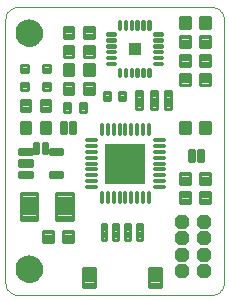
<source format=gts>
G75*
%MOIN*%
%OFA0B0*%
%FSLAX24Y24*%
%IPPOS*%
%LPD*%
%AMOC8*
5,1,8,0,0,1.08239X$1,22.5*
%
%ADD10C,0.0000*%
%ADD11C,0.0906*%
%ADD12R,0.1375X0.1375*%
%ADD13C,0.0107*%
%ADD14C,0.0114*%
%ADD15C,0.0134*%
%ADD16R,0.0394X0.0394*%
%ADD17C,0.0108*%
%ADD18C,0.0118*%
%ADD19C,0.0120*%
%ADD20C,0.0138*%
%ADD21C,0.0138*%
%ADD22C,0.0114*%
%ADD23C,0.0116*%
%ADD24C,0.0108*%
%ADD25OC8,0.0480*%
D10*
X003193Y001223D02*
X003193Y010022D01*
X003195Y010061D01*
X003201Y010099D01*
X003210Y010136D01*
X003223Y010173D01*
X003240Y010208D01*
X003259Y010241D01*
X003282Y010272D01*
X003308Y010301D01*
X003337Y010327D01*
X003368Y010350D01*
X003401Y010369D01*
X003436Y010386D01*
X003473Y010399D01*
X003510Y010408D01*
X003548Y010414D01*
X003587Y010416D01*
X010080Y010416D01*
X010119Y010414D01*
X010157Y010408D01*
X010194Y010399D01*
X010231Y010386D01*
X010266Y010369D01*
X010299Y010350D01*
X010330Y010327D01*
X010359Y010301D01*
X010385Y010272D01*
X010408Y010241D01*
X010427Y010208D01*
X010444Y010173D01*
X010457Y010136D01*
X010466Y010099D01*
X010472Y010061D01*
X010474Y010022D01*
X010474Y001223D01*
X010472Y001184D01*
X010466Y001146D01*
X010457Y001109D01*
X010444Y001072D01*
X010427Y001037D01*
X010408Y001004D01*
X010385Y000973D01*
X010359Y000944D01*
X010330Y000918D01*
X010299Y000895D01*
X010266Y000876D01*
X010231Y000859D01*
X010194Y000846D01*
X010157Y000837D01*
X010119Y000831D01*
X010080Y000829D01*
X003587Y000829D01*
X003548Y000831D01*
X003510Y000837D01*
X003473Y000846D01*
X003436Y000859D01*
X003401Y000876D01*
X003368Y000895D01*
X003337Y000918D01*
X003308Y000944D01*
X003282Y000973D01*
X003259Y001004D01*
X003240Y001037D01*
X003223Y001072D01*
X003210Y001109D01*
X003201Y001146D01*
X003195Y001184D01*
X003193Y001223D01*
X003548Y001685D02*
X003550Y001726D01*
X003556Y001767D01*
X003566Y001807D01*
X003579Y001846D01*
X003596Y001883D01*
X003617Y001919D01*
X003641Y001953D01*
X003668Y001984D01*
X003697Y002012D01*
X003730Y002038D01*
X003764Y002060D01*
X003801Y002079D01*
X003839Y002094D01*
X003879Y002106D01*
X003919Y002114D01*
X003960Y002118D01*
X004002Y002118D01*
X004043Y002114D01*
X004083Y002106D01*
X004123Y002094D01*
X004161Y002079D01*
X004197Y002060D01*
X004232Y002038D01*
X004265Y002012D01*
X004294Y001984D01*
X004321Y001953D01*
X004345Y001919D01*
X004366Y001883D01*
X004383Y001846D01*
X004396Y001807D01*
X004406Y001767D01*
X004412Y001726D01*
X004414Y001685D01*
X004412Y001644D01*
X004406Y001603D01*
X004396Y001563D01*
X004383Y001524D01*
X004366Y001487D01*
X004345Y001451D01*
X004321Y001417D01*
X004294Y001386D01*
X004265Y001358D01*
X004232Y001332D01*
X004198Y001310D01*
X004161Y001291D01*
X004123Y001276D01*
X004083Y001264D01*
X004043Y001256D01*
X004002Y001252D01*
X003960Y001252D01*
X003919Y001256D01*
X003879Y001264D01*
X003839Y001276D01*
X003801Y001291D01*
X003765Y001310D01*
X003730Y001332D01*
X003697Y001358D01*
X003668Y001386D01*
X003641Y001417D01*
X003617Y001451D01*
X003596Y001487D01*
X003579Y001524D01*
X003566Y001563D01*
X003556Y001603D01*
X003550Y001644D01*
X003548Y001685D01*
X003548Y009559D02*
X003550Y009600D01*
X003556Y009641D01*
X003566Y009681D01*
X003579Y009720D01*
X003596Y009757D01*
X003617Y009793D01*
X003641Y009827D01*
X003668Y009858D01*
X003697Y009886D01*
X003730Y009912D01*
X003764Y009934D01*
X003801Y009953D01*
X003839Y009968D01*
X003879Y009980D01*
X003919Y009988D01*
X003960Y009992D01*
X004002Y009992D01*
X004043Y009988D01*
X004083Y009980D01*
X004123Y009968D01*
X004161Y009953D01*
X004197Y009934D01*
X004232Y009912D01*
X004265Y009886D01*
X004294Y009858D01*
X004321Y009827D01*
X004345Y009793D01*
X004366Y009757D01*
X004383Y009720D01*
X004396Y009681D01*
X004406Y009641D01*
X004412Y009600D01*
X004414Y009559D01*
X004412Y009518D01*
X004406Y009477D01*
X004396Y009437D01*
X004383Y009398D01*
X004366Y009361D01*
X004345Y009325D01*
X004321Y009291D01*
X004294Y009260D01*
X004265Y009232D01*
X004232Y009206D01*
X004198Y009184D01*
X004161Y009165D01*
X004123Y009150D01*
X004083Y009138D01*
X004043Y009130D01*
X004002Y009126D01*
X003960Y009126D01*
X003919Y009130D01*
X003879Y009138D01*
X003839Y009150D01*
X003801Y009165D01*
X003765Y009184D01*
X003730Y009206D01*
X003697Y009232D01*
X003668Y009260D01*
X003641Y009291D01*
X003617Y009325D01*
X003596Y009361D01*
X003579Y009398D01*
X003566Y009437D01*
X003556Y009477D01*
X003550Y009518D01*
X003548Y009559D01*
D11*
X003981Y009559D03*
X003981Y001685D03*
D12*
X007193Y005204D03*
D13*
X005441Y004206D02*
X004877Y004206D01*
X005441Y004206D02*
X005441Y003328D01*
X004877Y003328D01*
X004877Y004206D01*
X004877Y003434D02*
X005441Y003434D01*
X005441Y003540D02*
X004877Y003540D01*
X004877Y003646D02*
X005441Y003646D01*
X005441Y003752D02*
X004877Y003752D01*
X004877Y003858D02*
X005441Y003858D01*
X005441Y003964D02*
X004877Y003964D01*
X004877Y004070D02*
X005441Y004070D01*
X005441Y004176D02*
X004877Y004176D01*
X004260Y003328D02*
X003696Y003328D01*
X003696Y004206D01*
X004260Y004206D01*
X004260Y003328D01*
X004260Y003434D02*
X003696Y003434D01*
X003696Y003540D02*
X004260Y003540D01*
X004260Y003646D02*
X003696Y003646D01*
X003696Y003752D02*
X004260Y003752D01*
X004260Y003858D02*
X003696Y003858D01*
X003696Y003964D02*
X004260Y003964D01*
X004260Y004070D02*
X003696Y004070D01*
X003696Y004176D02*
X004260Y004176D01*
D14*
X004448Y007664D02*
X004688Y007664D01*
X004448Y007664D02*
X004448Y007904D01*
X004688Y007904D01*
X004688Y007664D01*
X004688Y007777D02*
X004448Y007777D01*
X004448Y007890D02*
X004688Y007890D01*
X004688Y008254D02*
X004448Y008254D01*
X004448Y008494D01*
X004688Y008494D01*
X004688Y008254D01*
X004688Y008367D02*
X004448Y008367D01*
X004448Y008480D02*
X004688Y008480D01*
X003938Y008254D02*
X003698Y008254D01*
X003698Y008494D01*
X003938Y008494D01*
X003938Y008254D01*
X003938Y008367D02*
X003698Y008367D01*
X003698Y008480D02*
X003938Y008480D01*
X003938Y007664D02*
X003698Y007664D01*
X003698Y007904D01*
X003938Y007904D01*
X003938Y007664D01*
X003938Y007777D02*
X003698Y007777D01*
X003698Y007890D02*
X003938Y007890D01*
D15*
X006608Y008513D02*
X006828Y008513D01*
X006608Y008513D02*
X006608Y008537D01*
X006828Y008537D01*
X006828Y008513D01*
X006828Y008709D02*
X006608Y008709D01*
X006608Y008733D01*
X006828Y008733D01*
X006828Y008709D01*
X006828Y008906D02*
X006608Y008906D01*
X006608Y008930D01*
X006828Y008930D01*
X006828Y008906D01*
X006828Y009103D02*
X006608Y009103D01*
X006608Y009127D01*
X006828Y009127D01*
X006828Y009103D01*
X006828Y009300D02*
X006608Y009300D01*
X006608Y009324D01*
X006828Y009324D01*
X006828Y009300D01*
X006828Y009497D02*
X006608Y009497D01*
X006608Y009521D01*
X006828Y009521D01*
X006828Y009497D01*
X007026Y009694D02*
X007026Y009914D01*
X007026Y009694D02*
X007002Y009694D01*
X007002Y009914D01*
X007026Y009914D01*
X007026Y009827D02*
X007002Y009827D01*
X007222Y009914D02*
X007222Y009694D01*
X007198Y009694D01*
X007198Y009914D01*
X007222Y009914D01*
X007222Y009827D02*
X007198Y009827D01*
X007419Y009914D02*
X007419Y009694D01*
X007395Y009694D01*
X007395Y009914D01*
X007419Y009914D01*
X007419Y009827D02*
X007395Y009827D01*
X007616Y009914D02*
X007616Y009694D01*
X007592Y009694D01*
X007592Y009914D01*
X007616Y009914D01*
X007616Y009827D02*
X007592Y009827D01*
X007813Y009914D02*
X007813Y009694D01*
X007789Y009694D01*
X007789Y009914D01*
X007813Y009914D01*
X007813Y009827D02*
X007789Y009827D01*
X008010Y009914D02*
X008010Y009694D01*
X007986Y009694D01*
X007986Y009914D01*
X008010Y009914D01*
X008010Y009827D02*
X007986Y009827D01*
X008183Y009521D02*
X008403Y009521D01*
X008403Y009497D01*
X008183Y009497D01*
X008183Y009521D01*
X008183Y009324D02*
X008403Y009324D01*
X008403Y009300D01*
X008183Y009300D01*
X008183Y009324D01*
X008183Y009127D02*
X008403Y009127D01*
X008403Y009103D01*
X008183Y009103D01*
X008183Y009127D01*
X008183Y008930D02*
X008403Y008930D01*
X008403Y008906D01*
X008183Y008906D01*
X008183Y008930D01*
X008183Y008733D02*
X008403Y008733D01*
X008403Y008709D01*
X008183Y008709D01*
X008183Y008733D01*
X008183Y008537D02*
X008403Y008537D01*
X008403Y008513D01*
X008183Y008513D01*
X008183Y008537D01*
X007986Y008339D02*
X007986Y008119D01*
X007986Y008339D02*
X008010Y008339D01*
X008010Y008119D01*
X007986Y008119D01*
X007986Y008252D02*
X008010Y008252D01*
X007789Y008339D02*
X007789Y008119D01*
X007789Y008339D02*
X007813Y008339D01*
X007813Y008119D01*
X007789Y008119D01*
X007789Y008252D02*
X007813Y008252D01*
X007592Y008339D02*
X007592Y008119D01*
X007592Y008339D02*
X007616Y008339D01*
X007616Y008119D01*
X007592Y008119D01*
X007592Y008252D02*
X007616Y008252D01*
X007395Y008339D02*
X007395Y008119D01*
X007395Y008339D02*
X007419Y008339D01*
X007419Y008119D01*
X007395Y008119D01*
X007395Y008252D02*
X007419Y008252D01*
X007198Y008339D02*
X007198Y008119D01*
X007198Y008339D02*
X007222Y008339D01*
X007222Y008119D01*
X007198Y008119D01*
X007198Y008252D02*
X007222Y008252D01*
X007002Y008339D02*
X007002Y008119D01*
X007002Y008339D02*
X007026Y008339D01*
X007026Y008119D01*
X007002Y008119D01*
X007002Y008252D02*
X007026Y008252D01*
D16*
X007506Y009017D03*
D17*
X006128Y009136D02*
X005802Y009136D01*
X006128Y009136D02*
X006128Y008772D01*
X005802Y008772D01*
X005802Y009136D01*
X005802Y008879D02*
X006128Y008879D01*
X006128Y008986D02*
X005802Y008986D01*
X005802Y009093D02*
X006128Y009093D01*
X005802Y009397D02*
X005802Y009761D01*
X006128Y009761D01*
X006128Y009397D01*
X005802Y009397D01*
X005802Y009504D02*
X006128Y009504D01*
X006128Y009611D02*
X005802Y009611D01*
X005802Y009718D02*
X006128Y009718D01*
X005133Y009761D02*
X005133Y009397D01*
X005133Y009761D02*
X005459Y009761D01*
X005459Y009397D01*
X005133Y009397D01*
X005133Y009504D02*
X005459Y009504D01*
X005459Y009611D02*
X005133Y009611D01*
X005133Y009718D02*
X005459Y009718D01*
X005459Y009136D02*
X005133Y009136D01*
X005459Y009136D02*
X005459Y008772D01*
X005133Y008772D01*
X005133Y009136D01*
X005133Y008879D02*
X005459Y008879D01*
X005459Y008986D02*
X005133Y008986D01*
X005133Y009093D02*
X005459Y009093D01*
X005459Y008511D02*
X005133Y008511D01*
X005459Y008511D02*
X005459Y008147D01*
X005133Y008147D01*
X005133Y008511D01*
X005133Y008254D02*
X005459Y008254D01*
X005459Y008361D02*
X005133Y008361D01*
X005133Y008468D02*
X005459Y008468D01*
X005802Y008511D02*
X006128Y008511D01*
X006128Y008147D01*
X005802Y008147D01*
X005802Y008511D01*
X005802Y008254D02*
X006128Y008254D01*
X006128Y008361D02*
X005802Y008361D01*
X005802Y008468D02*
X006128Y008468D01*
X006128Y007886D02*
X005802Y007886D01*
X006128Y007886D02*
X006128Y007522D01*
X005802Y007522D01*
X005802Y007886D01*
X005802Y007629D02*
X006128Y007629D01*
X006128Y007736D02*
X005802Y007736D01*
X005802Y007843D02*
X006128Y007843D01*
X005459Y007886D02*
X005133Y007886D01*
X005459Y007886D02*
X005459Y007522D01*
X005133Y007522D01*
X005133Y007886D01*
X005133Y007629D02*
X005459Y007629D01*
X005459Y007736D02*
X005133Y007736D01*
X005133Y007843D02*
X005459Y007843D01*
X004691Y007324D02*
X004365Y007324D01*
X004691Y007324D02*
X004691Y006960D01*
X004365Y006960D01*
X004365Y007324D01*
X004365Y007067D02*
X004691Y007067D01*
X004691Y007174D02*
X004365Y007174D01*
X004365Y007281D02*
X004691Y007281D01*
X004022Y007324D02*
X003696Y007324D01*
X004022Y007324D02*
X004022Y006960D01*
X003696Y006960D01*
X003696Y007324D01*
X003696Y007067D02*
X004022Y007067D01*
X004022Y007174D02*
X003696Y007174D01*
X003696Y007281D02*
X004022Y007281D01*
X003696Y006574D02*
X003696Y006210D01*
X003696Y006574D02*
X004022Y006574D01*
X004022Y006210D01*
X003696Y006210D01*
X003696Y006317D02*
X004022Y006317D01*
X004022Y006424D02*
X003696Y006424D01*
X003696Y006531D02*
X004022Y006531D01*
X004365Y006574D02*
X004365Y006210D01*
X004365Y006574D02*
X004691Y006574D01*
X004691Y006210D01*
X004365Y006210D01*
X004365Y006317D02*
X004691Y006317D01*
X004691Y006424D02*
X004365Y006424D01*
X004365Y006531D02*
X004691Y006531D01*
X004446Y002949D02*
X004446Y002585D01*
X004446Y002949D02*
X004772Y002949D01*
X004772Y002585D01*
X004446Y002585D01*
X004446Y002692D02*
X004772Y002692D01*
X004772Y002799D02*
X004446Y002799D01*
X004446Y002906D02*
X004772Y002906D01*
X005115Y002949D02*
X005115Y002585D01*
X005115Y002949D02*
X005441Y002949D01*
X005441Y002585D01*
X005115Y002585D01*
X005115Y002692D02*
X005441Y002692D01*
X005441Y002799D02*
X005115Y002799D01*
X005115Y002906D02*
X005441Y002906D01*
X009334Y003897D02*
X009334Y004261D01*
X009334Y003897D02*
X009008Y003897D01*
X009008Y004261D01*
X009334Y004261D01*
X009334Y004004D02*
X009008Y004004D01*
X009008Y004111D02*
X009334Y004111D01*
X009334Y004218D02*
X009008Y004218D01*
X009008Y004886D02*
X009334Y004886D01*
X009334Y004522D01*
X009008Y004522D01*
X009008Y004886D01*
X009008Y004629D02*
X009334Y004629D01*
X009334Y004736D02*
X009008Y004736D01*
X009008Y004843D02*
X009334Y004843D01*
X009677Y004886D02*
X010003Y004886D01*
X010003Y004522D01*
X009677Y004522D01*
X009677Y004886D01*
X009677Y004629D02*
X010003Y004629D01*
X010003Y004736D02*
X009677Y004736D01*
X009677Y004843D02*
X010003Y004843D01*
X010003Y004261D02*
X010003Y003897D01*
X009677Y003897D01*
X009677Y004261D01*
X010003Y004261D01*
X010003Y004004D02*
X009677Y004004D01*
X009677Y004111D02*
X010003Y004111D01*
X010003Y004218D02*
X009677Y004218D01*
X010003Y006210D02*
X010003Y006574D01*
X010003Y006210D02*
X009677Y006210D01*
X009677Y006574D01*
X010003Y006574D01*
X010003Y006317D02*
X009677Y006317D01*
X009677Y006424D02*
X010003Y006424D01*
X010003Y006531D02*
X009677Y006531D01*
X009334Y006574D02*
X009334Y006210D01*
X009008Y006210D01*
X009008Y006574D01*
X009334Y006574D01*
X009334Y006317D02*
X009008Y006317D01*
X009008Y006424D02*
X009334Y006424D01*
X009334Y006531D02*
X009008Y006531D01*
X009008Y007835D02*
X009334Y007835D01*
X009008Y007835D02*
X009008Y008199D01*
X009334Y008199D01*
X009334Y007835D01*
X009334Y007942D02*
X009008Y007942D01*
X009008Y008049D02*
X009334Y008049D01*
X009334Y008156D02*
X009008Y008156D01*
X009008Y008460D02*
X009334Y008460D01*
X009008Y008460D02*
X009008Y008824D01*
X009334Y008824D01*
X009334Y008460D01*
X009334Y008567D02*
X009008Y008567D01*
X009008Y008674D02*
X009334Y008674D01*
X009334Y008781D02*
X009008Y008781D01*
X009334Y009085D02*
X009334Y009449D01*
X009334Y009085D02*
X009008Y009085D01*
X009008Y009449D01*
X009334Y009449D01*
X009334Y009192D02*
X009008Y009192D01*
X009008Y009299D02*
X009334Y009299D01*
X009334Y009406D02*
X009008Y009406D01*
X009334Y009710D02*
X009334Y010074D01*
X009334Y009710D02*
X009008Y009710D01*
X009008Y010074D01*
X009334Y010074D01*
X009334Y009817D02*
X009008Y009817D01*
X009008Y009924D02*
X009334Y009924D01*
X009334Y010031D02*
X009008Y010031D01*
X010003Y010074D02*
X010003Y009710D01*
X009677Y009710D01*
X009677Y010074D01*
X010003Y010074D01*
X010003Y009817D02*
X009677Y009817D01*
X009677Y009924D02*
X010003Y009924D01*
X010003Y010031D02*
X009677Y010031D01*
X010003Y009449D02*
X010003Y009085D01*
X009677Y009085D01*
X009677Y009449D01*
X010003Y009449D01*
X010003Y009192D02*
X009677Y009192D01*
X009677Y009299D02*
X010003Y009299D01*
X010003Y009406D02*
X009677Y009406D01*
X009677Y008460D02*
X010003Y008460D01*
X009677Y008460D02*
X009677Y008824D01*
X010003Y008824D01*
X010003Y008460D01*
X010003Y008567D02*
X009677Y008567D01*
X009677Y008674D02*
X010003Y008674D01*
X010003Y008781D02*
X009677Y008781D01*
X009677Y007835D02*
X010003Y007835D01*
X009677Y007835D02*
X009677Y008199D01*
X010003Y008199D01*
X010003Y007835D01*
X010003Y007942D02*
X009677Y007942D01*
X009677Y008049D02*
X010003Y008049D01*
X010003Y008156D02*
X009677Y008156D01*
D18*
X004696Y005647D02*
X004696Y005509D01*
X004696Y005647D02*
X005090Y005647D01*
X005090Y005509D01*
X004696Y005509D01*
X004696Y005626D02*
X005090Y005626D01*
X004696Y004899D02*
X004696Y004761D01*
X004696Y004899D02*
X005090Y004899D01*
X005090Y004761D01*
X004696Y004761D01*
X004696Y004878D02*
X005090Y004878D01*
X003672Y004899D02*
X003672Y004761D01*
X003672Y004899D02*
X004066Y004899D01*
X004066Y004761D01*
X003672Y004761D01*
X003672Y004878D02*
X004066Y004878D01*
X003672Y005135D02*
X003672Y005273D01*
X004066Y005273D01*
X004066Y005135D01*
X003672Y005135D01*
X003672Y005252D02*
X004066Y005252D01*
X003672Y005509D02*
X003672Y005647D01*
X004066Y005647D01*
X004066Y005509D01*
X003672Y005509D01*
X003672Y005626D02*
X004066Y005626D01*
D19*
X004171Y005544D02*
X004291Y005544D01*
X004171Y005544D02*
X004171Y005864D01*
X004291Y005864D01*
X004291Y005544D01*
X004291Y005663D02*
X004171Y005663D01*
X004171Y005782D02*
X004291Y005782D01*
X004471Y005544D02*
X004591Y005544D01*
X004471Y005544D02*
X004471Y005864D01*
X004591Y005864D01*
X004591Y005544D01*
X004591Y005663D02*
X004471Y005663D01*
X004471Y005782D02*
X004591Y005782D01*
X005077Y006232D02*
X005197Y006232D01*
X005077Y006232D02*
X005077Y006552D01*
X005197Y006552D01*
X005197Y006232D01*
X005197Y006351D02*
X005077Y006351D01*
X005077Y006470D02*
X005197Y006470D01*
X005377Y006232D02*
X005497Y006232D01*
X005377Y006232D02*
X005377Y006552D01*
X005497Y006552D01*
X005497Y006232D01*
X005497Y006351D02*
X005377Y006351D01*
X005377Y006470D02*
X005497Y006470D01*
X009358Y005614D02*
X009478Y005614D01*
X009478Y005294D01*
X009358Y005294D01*
X009358Y005614D01*
X009358Y005413D02*
X009478Y005413D01*
X009478Y005532D02*
X009358Y005532D01*
X009658Y005614D02*
X009778Y005614D01*
X009778Y005294D01*
X009658Y005294D01*
X009658Y005614D01*
X009658Y005413D02*
X009778Y005413D01*
X009778Y005532D02*
X009658Y005532D01*
D20*
X008483Y005598D02*
X008187Y005598D01*
X008187Y005795D02*
X008483Y005795D01*
X008483Y005992D02*
X008187Y005992D01*
X007981Y006198D02*
X007981Y006494D01*
X007784Y006494D02*
X007784Y006198D01*
X007587Y006198D02*
X007587Y006494D01*
X007390Y006494D02*
X007390Y006198D01*
X007193Y006198D02*
X007193Y006494D01*
X006996Y006494D02*
X006996Y006198D01*
X006799Y006198D02*
X006799Y006494D01*
X006603Y006494D02*
X006603Y006198D01*
X006406Y006198D02*
X006406Y006494D01*
X006199Y005992D02*
X005903Y005992D01*
X005903Y005795D02*
X006199Y005795D01*
X006199Y005598D02*
X005903Y005598D01*
X005903Y005401D02*
X006199Y005401D01*
X006199Y005204D02*
X005903Y005204D01*
X005903Y005007D02*
X006199Y005007D01*
X006199Y004810D02*
X005903Y004810D01*
X005903Y004614D02*
X006199Y004614D01*
X006199Y004417D02*
X005903Y004417D01*
X006406Y004210D02*
X006406Y003914D01*
X006603Y003914D02*
X006603Y004210D01*
X006799Y004210D02*
X006799Y003914D01*
X006996Y003914D02*
X006996Y004210D01*
X007193Y004210D02*
X007193Y003914D01*
X007390Y003914D02*
X007390Y004210D01*
X007587Y004210D02*
X007587Y003914D01*
X007784Y003914D02*
X007784Y004210D01*
X007981Y004210D02*
X007981Y003914D01*
X008187Y004614D02*
X008483Y004614D01*
X008483Y004810D02*
X008187Y004810D01*
X008187Y005007D02*
X008483Y005007D01*
X008483Y005204D02*
X008187Y005204D01*
X008187Y005401D02*
X008483Y005401D01*
D21*
X008483Y004421D02*
X008187Y004421D01*
X008483Y004421D02*
X008483Y004413D01*
X008187Y004413D01*
X008187Y004421D01*
D22*
X005863Y006939D02*
X005661Y006939D01*
X005661Y007219D01*
X005863Y007219D01*
X005863Y006939D01*
X005863Y007052D02*
X005661Y007052D01*
X005661Y007165D02*
X005863Y007165D01*
X005351Y006939D02*
X005149Y006939D01*
X005149Y007219D01*
X005351Y007219D01*
X005351Y006939D01*
X005351Y007052D02*
X005149Y007052D01*
X005149Y007165D02*
X005351Y007165D01*
X006461Y007594D02*
X006663Y007594D01*
X006663Y007314D01*
X006461Y007314D01*
X006461Y007594D01*
X006461Y007427D02*
X006663Y007427D01*
X006663Y007540D02*
X006461Y007540D01*
X006973Y007594D02*
X007175Y007594D01*
X007175Y007314D01*
X006973Y007314D01*
X006973Y007594D01*
X006973Y007427D02*
X007175Y007427D01*
X007175Y007540D02*
X006973Y007540D01*
X007557Y007626D02*
X007759Y007626D01*
X007759Y007032D01*
X007557Y007032D01*
X007557Y007626D01*
X007557Y007145D02*
X007759Y007145D01*
X007759Y007258D02*
X007557Y007258D01*
X007557Y007371D02*
X007759Y007371D01*
X007759Y007484D02*
X007557Y007484D01*
X007557Y007597D02*
X007759Y007597D01*
X008030Y007626D02*
X008232Y007626D01*
X008232Y007032D01*
X008030Y007032D01*
X008030Y007626D01*
X008030Y007145D02*
X008232Y007145D01*
X008232Y007258D02*
X008030Y007258D01*
X008030Y007371D02*
X008232Y007371D01*
X008232Y007484D02*
X008030Y007484D01*
X008030Y007597D02*
X008232Y007597D01*
X008502Y007626D02*
X008704Y007626D01*
X008704Y007032D01*
X008502Y007032D01*
X008502Y007626D01*
X008502Y007145D02*
X008704Y007145D01*
X008704Y007258D02*
X008502Y007258D01*
X008502Y007371D02*
X008704Y007371D01*
X008704Y007484D02*
X008502Y007484D01*
X008502Y007597D02*
X008704Y007597D01*
D23*
X007739Y002671D02*
X007579Y002671D01*
X007579Y003205D01*
X007739Y003205D01*
X007739Y002671D01*
X007739Y002786D02*
X007579Y002786D01*
X007579Y002901D02*
X007739Y002901D01*
X007739Y003016D02*
X007579Y003016D01*
X007579Y003131D02*
X007739Y003131D01*
X007345Y002671D02*
X007185Y002671D01*
X007185Y003205D01*
X007345Y003205D01*
X007345Y002671D01*
X007345Y002786D02*
X007185Y002786D01*
X007185Y002901D02*
X007345Y002901D01*
X007345Y003016D02*
X007185Y003016D01*
X007185Y003131D02*
X007345Y003131D01*
X006951Y002671D02*
X006791Y002671D01*
X006791Y003205D01*
X006951Y003205D01*
X006951Y002671D01*
X006951Y002786D02*
X006791Y002786D01*
X006791Y002901D02*
X006951Y002901D01*
X006951Y003016D02*
X006791Y003016D01*
X006791Y003131D02*
X006951Y003131D01*
X006558Y002671D02*
X006398Y002671D01*
X006398Y003205D01*
X006558Y003205D01*
X006558Y002671D01*
X006558Y002786D02*
X006398Y002786D01*
X006398Y002901D02*
X006558Y002901D01*
X006558Y003016D02*
X006398Y003016D01*
X006398Y003131D02*
X006558Y003131D01*
D24*
X006168Y001092D02*
X005764Y001092D01*
X005764Y001732D01*
X006168Y001732D01*
X006168Y001092D01*
X006168Y001199D02*
X005764Y001199D01*
X005764Y001306D02*
X006168Y001306D01*
X006168Y001413D02*
X005764Y001413D01*
X005764Y001520D02*
X006168Y001520D01*
X006168Y001627D02*
X005764Y001627D01*
X007969Y001092D02*
X008373Y001092D01*
X007969Y001092D02*
X007969Y001732D01*
X008373Y001732D01*
X008373Y001092D01*
X008373Y001199D02*
X007969Y001199D01*
X007969Y001306D02*
X008373Y001306D01*
X008373Y001413D02*
X007969Y001413D01*
X007969Y001520D02*
X008373Y001520D01*
X008373Y001627D02*
X007969Y001627D01*
D25*
X009068Y001617D03*
X009068Y002167D03*
X009068Y002717D03*
X009068Y003267D03*
X009818Y003267D03*
X009818Y002717D03*
X009818Y002167D03*
X009818Y001617D03*
M02*

</source>
